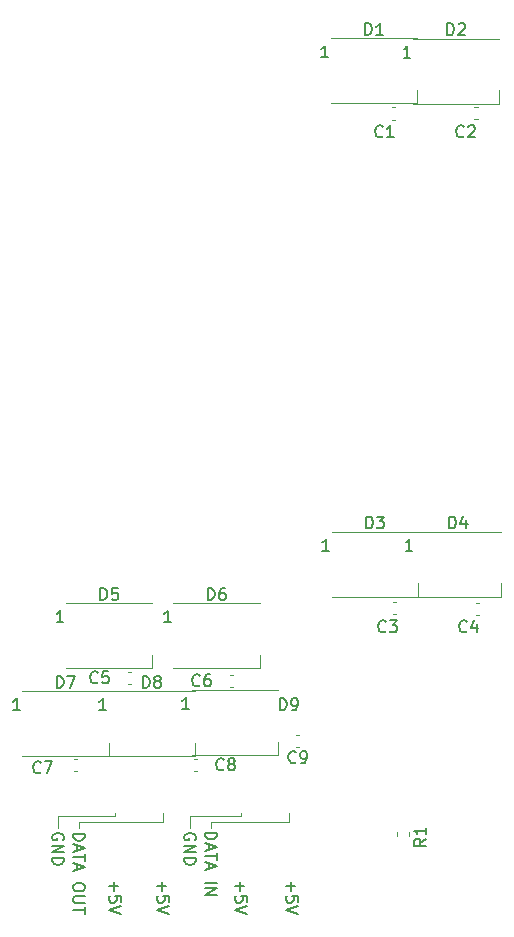
<source format=gbr>
%TF.GenerationSoftware,KiCad,Pcbnew,(5.1.10)-1*%
%TF.CreationDate,2021-11-16T18:42:01+11:00*%
%TF.ProjectId,GEN TIE PCB V2,47454e20-5449-4452-9050-43422056322e,rev?*%
%TF.SameCoordinates,Original*%
%TF.FileFunction,Legend,Top*%
%TF.FilePolarity,Positive*%
%FSLAX46Y46*%
G04 Gerber Fmt 4.6, Leading zero omitted, Abs format (unit mm)*
G04 Created by KiCad (PCBNEW (5.1.10)-1) date 2021-11-16 18:42:01*
%MOMM*%
%LPD*%
G01*
G04 APERTURE LIST*
%ADD10C,0.120000*%
%ADD11C,0.150000*%
G04 APERTURE END LIST*
D10*
X129794000Y-114046000D02*
X129794000Y-113792000D01*
X124968000Y-114046000D02*
X129794000Y-114046000D01*
X124968000Y-114300000D02*
X124968000Y-114046000D01*
X124968000Y-115062000D02*
X124968000Y-114300000D01*
X133858000Y-114554000D02*
X133858000Y-113792000D01*
X126746000Y-114554000D02*
X133858000Y-114554000D01*
X126746000Y-115062000D02*
X126746000Y-114554000D01*
X140462000Y-114046000D02*
X140462000Y-113792000D01*
X136144000Y-114046000D02*
X140462000Y-114046000D01*
X136144000Y-115062000D02*
X136144000Y-114046000D01*
X144526000Y-114554000D02*
X144526000Y-113792000D01*
X137922000Y-114554000D02*
X144526000Y-114554000D01*
X137922000Y-115062000D02*
X137922000Y-114554000D01*
D11*
X137469619Y-115467142D02*
X138469619Y-115467142D01*
X138469619Y-115705238D01*
X138422000Y-115848095D01*
X138326761Y-115943333D01*
X138231523Y-115990952D01*
X138041047Y-116038571D01*
X137898190Y-116038571D01*
X137707714Y-115990952D01*
X137612476Y-115943333D01*
X137517238Y-115848095D01*
X137469619Y-115705238D01*
X137469619Y-115467142D01*
X137755333Y-116419523D02*
X137755333Y-116895714D01*
X137469619Y-116324285D02*
X138469619Y-116657619D01*
X137469619Y-116990952D01*
X138469619Y-117181428D02*
X138469619Y-117752857D01*
X137469619Y-117467142D02*
X138469619Y-117467142D01*
X137755333Y-118038571D02*
X137755333Y-118514761D01*
X137469619Y-117943333D02*
X138469619Y-118276666D01*
X137469619Y-118610000D01*
X137469619Y-119705238D02*
X138469619Y-119705238D01*
X137469619Y-120181428D02*
X138469619Y-120181428D01*
X137469619Y-120752857D01*
X138469619Y-120752857D01*
X136644000Y-116078095D02*
X136691619Y-115982857D01*
X136691619Y-115840000D01*
X136644000Y-115697142D01*
X136548761Y-115601904D01*
X136453523Y-115554285D01*
X136263047Y-115506666D01*
X136120190Y-115506666D01*
X135929714Y-115554285D01*
X135834476Y-115601904D01*
X135739238Y-115697142D01*
X135691619Y-115840000D01*
X135691619Y-115935238D01*
X135739238Y-116078095D01*
X135786857Y-116125714D01*
X136120190Y-116125714D01*
X136120190Y-115935238D01*
X135691619Y-116554285D02*
X136691619Y-116554285D01*
X135691619Y-117125714D01*
X136691619Y-117125714D01*
X135691619Y-117601904D02*
X136691619Y-117601904D01*
X136691619Y-117840000D01*
X136644000Y-117982857D01*
X136548761Y-118078095D01*
X136453523Y-118125714D01*
X136263047Y-118173333D01*
X136120190Y-118173333D01*
X135929714Y-118125714D01*
X135834476Y-118078095D01*
X135739238Y-117982857D01*
X135691619Y-117840000D01*
X135691619Y-117601904D01*
X126293619Y-115562476D02*
X127293619Y-115562476D01*
X127293619Y-115800571D01*
X127246000Y-115943428D01*
X127150761Y-116038666D01*
X127055523Y-116086285D01*
X126865047Y-116133904D01*
X126722190Y-116133904D01*
X126531714Y-116086285D01*
X126436476Y-116038666D01*
X126341238Y-115943428D01*
X126293619Y-115800571D01*
X126293619Y-115562476D01*
X126579333Y-116514857D02*
X126579333Y-116991047D01*
X126293619Y-116419619D02*
X127293619Y-116752952D01*
X126293619Y-117086285D01*
X127293619Y-117276761D02*
X127293619Y-117848190D01*
X126293619Y-117562476D02*
X127293619Y-117562476D01*
X126579333Y-118133904D02*
X126579333Y-118610095D01*
X126293619Y-118038666D02*
X127293619Y-118372000D01*
X126293619Y-118705333D01*
X127293619Y-119991047D02*
X127293619Y-120181523D01*
X127246000Y-120276761D01*
X127150761Y-120372000D01*
X126960285Y-120419619D01*
X126626952Y-120419619D01*
X126436476Y-120372000D01*
X126341238Y-120276761D01*
X126293619Y-120181523D01*
X126293619Y-119991047D01*
X126341238Y-119895809D01*
X126436476Y-119800571D01*
X126626952Y-119752952D01*
X126960285Y-119752952D01*
X127150761Y-119800571D01*
X127246000Y-119895809D01*
X127293619Y-119991047D01*
X127293619Y-120848190D02*
X126484095Y-120848190D01*
X126388857Y-120895809D01*
X126341238Y-120943428D01*
X126293619Y-121038666D01*
X126293619Y-121229142D01*
X126341238Y-121324380D01*
X126388857Y-121372000D01*
X126484095Y-121419619D01*
X127293619Y-121419619D01*
X127293619Y-121752952D02*
X127293619Y-122324380D01*
X126293619Y-122038666D02*
X127293619Y-122038666D01*
X125468000Y-116078095D02*
X125515619Y-115982857D01*
X125515619Y-115840000D01*
X125468000Y-115697142D01*
X125372761Y-115601904D01*
X125277523Y-115554285D01*
X125087047Y-115506666D01*
X124944190Y-115506666D01*
X124753714Y-115554285D01*
X124658476Y-115601904D01*
X124563238Y-115697142D01*
X124515619Y-115840000D01*
X124515619Y-115935238D01*
X124563238Y-116078095D01*
X124610857Y-116125714D01*
X124944190Y-116125714D01*
X124944190Y-115935238D01*
X124515619Y-116554285D02*
X125515619Y-116554285D01*
X124515619Y-117125714D01*
X125515619Y-117125714D01*
X124515619Y-117601904D02*
X125515619Y-117601904D01*
X125515619Y-117840000D01*
X125468000Y-117982857D01*
X125372761Y-118078095D01*
X125277523Y-118125714D01*
X125087047Y-118173333D01*
X124944190Y-118173333D01*
X124753714Y-118125714D01*
X124658476Y-118078095D01*
X124563238Y-117982857D01*
X124515619Y-117840000D01*
X124515619Y-117601904D01*
X144708571Y-119618285D02*
X144708571Y-120380190D01*
X144327619Y-119999238D02*
X145089523Y-119999238D01*
X145327619Y-121332571D02*
X145327619Y-120856380D01*
X144851428Y-120808761D01*
X144899047Y-120856380D01*
X144946666Y-120951619D01*
X144946666Y-121189714D01*
X144899047Y-121284952D01*
X144851428Y-121332571D01*
X144756190Y-121380190D01*
X144518095Y-121380190D01*
X144422857Y-121332571D01*
X144375238Y-121284952D01*
X144327619Y-121189714D01*
X144327619Y-120951619D01*
X144375238Y-120856380D01*
X144422857Y-120808761D01*
X145327619Y-121665904D02*
X144327619Y-121999238D01*
X145327619Y-122332571D01*
X140390571Y-119618285D02*
X140390571Y-120380190D01*
X140009619Y-119999238D02*
X140771523Y-119999238D01*
X141009619Y-121332571D02*
X141009619Y-120856380D01*
X140533428Y-120808761D01*
X140581047Y-120856380D01*
X140628666Y-120951619D01*
X140628666Y-121189714D01*
X140581047Y-121284952D01*
X140533428Y-121332571D01*
X140438190Y-121380190D01*
X140200095Y-121380190D01*
X140104857Y-121332571D01*
X140057238Y-121284952D01*
X140009619Y-121189714D01*
X140009619Y-120951619D01*
X140057238Y-120856380D01*
X140104857Y-120808761D01*
X141009619Y-121665904D02*
X140009619Y-121999238D01*
X141009619Y-122332571D01*
X133786571Y-119618285D02*
X133786571Y-120380190D01*
X133405619Y-119999238D02*
X134167523Y-119999238D01*
X134405619Y-121332571D02*
X134405619Y-120856380D01*
X133929428Y-120808761D01*
X133977047Y-120856380D01*
X134024666Y-120951619D01*
X134024666Y-121189714D01*
X133977047Y-121284952D01*
X133929428Y-121332571D01*
X133834190Y-121380190D01*
X133596095Y-121380190D01*
X133500857Y-121332571D01*
X133453238Y-121284952D01*
X133405619Y-121189714D01*
X133405619Y-120951619D01*
X133453238Y-120856380D01*
X133500857Y-120808761D01*
X134405619Y-121665904D02*
X133405619Y-121999238D01*
X134405619Y-122332571D01*
X129722571Y-119618285D02*
X129722571Y-120380190D01*
X129341619Y-119999238D02*
X130103523Y-119999238D01*
X130341619Y-121332571D02*
X130341619Y-120856380D01*
X129865428Y-120808761D01*
X129913047Y-120856380D01*
X129960666Y-120951619D01*
X129960666Y-121189714D01*
X129913047Y-121284952D01*
X129865428Y-121332571D01*
X129770190Y-121380190D01*
X129532095Y-121380190D01*
X129436857Y-121332571D01*
X129389238Y-121284952D01*
X129341619Y-121189714D01*
X129341619Y-120951619D01*
X129389238Y-120856380D01*
X129436857Y-120808761D01*
X130341619Y-121665904D02*
X129341619Y-121999238D01*
X130341619Y-122332571D01*
D10*
%TO.C,D8*%
X136582000Y-108998000D02*
X136582000Y-107848000D01*
X129282000Y-108998000D02*
X136582000Y-108998000D01*
X129282000Y-103498000D02*
X136582000Y-103498000D01*
%TO.C,D7*%
X121990000Y-103498000D02*
X129290000Y-103498000D01*
X121990000Y-108998000D02*
X129290000Y-108998000D01*
X129290000Y-108998000D02*
X129290000Y-107848000D01*
%TO.C,D6*%
X134780000Y-96056000D02*
X142080000Y-96056000D01*
X134780000Y-101556000D02*
X142080000Y-101556000D01*
X142080000Y-101556000D02*
X142080000Y-100406000D01*
%TO.C,C8*%
X136805580Y-110238000D02*
X136524420Y-110238000D01*
X136805580Y-109218000D02*
X136524420Y-109218000D01*
%TO.C,C1*%
X153251420Y-54064000D02*
X153532580Y-54064000D01*
X153251420Y-55084000D02*
X153532580Y-55084000D01*
%TO.C,C9*%
X145441580Y-108206000D02*
X145160420Y-108206000D01*
X145441580Y-107186000D02*
X145160420Y-107186000D01*
%TO.C,C7*%
X126338420Y-109218000D02*
X126619580Y-109218000D01*
X126338420Y-110238000D02*
X126619580Y-110238000D01*
%TO.C,C6*%
X139546420Y-102106000D02*
X139827580Y-102106000D01*
X139546420Y-103126000D02*
X139827580Y-103126000D01*
%TO.C,C5*%
X130910420Y-101852000D02*
X131191580Y-101852000D01*
X130910420Y-102872000D02*
X131191580Y-102872000D01*
%TO.C,C4*%
X160387420Y-96010000D02*
X160668580Y-96010000D01*
X160387420Y-97030000D02*
X160668580Y-97030000D01*
%TO.C,C3*%
X153361420Y-95954000D02*
X153642580Y-95954000D01*
X153361420Y-96974000D02*
X153642580Y-96974000D01*
%TO.C,C2*%
X160246420Y-54034000D02*
X160527580Y-54034000D01*
X160246420Y-55054000D02*
X160527580Y-55054000D01*
%TO.C,D5*%
X132962000Y-101534000D02*
X132962000Y-100384000D01*
X125662000Y-101534000D02*
X132962000Y-101534000D01*
X125662000Y-96034000D02*
X132962000Y-96034000D01*
%TO.C,D2*%
X162352000Y-53734000D02*
X162352000Y-52584000D01*
X155052000Y-53734000D02*
X162352000Y-53734000D01*
X155052000Y-48234000D02*
X162352000Y-48234000D01*
%TO.C,D4*%
X162522000Y-95494000D02*
X162522000Y-94344000D01*
X155222000Y-95494000D02*
X162522000Y-95494000D01*
X155222000Y-89994000D02*
X162522000Y-89994000D01*
%TO.C,D1*%
X155392000Y-53724000D02*
X155392000Y-52574000D01*
X148092000Y-53724000D02*
X155392000Y-53724000D01*
X148092000Y-48224000D02*
X155392000Y-48224000D01*
%TO.C,D9*%
X143612000Y-108914000D02*
X143612000Y-107764000D01*
X136312000Y-108914000D02*
X143612000Y-108914000D01*
X136312000Y-103414000D02*
X143612000Y-103414000D01*
%TO.C,D3*%
X155472000Y-95494000D02*
X155472000Y-94344000D01*
X148172000Y-95494000D02*
X155472000Y-95494000D01*
X148172000Y-89994000D02*
X155472000Y-89994000D01*
%TO.C,R1*%
X154688000Y-115732779D02*
X154688000Y-115407221D01*
X153668000Y-115732779D02*
X153668000Y-115407221D01*
%TO.C,D8*%
D11*
X132193904Y-103200380D02*
X132193904Y-102200380D01*
X132432000Y-102200380D01*
X132574857Y-102248000D01*
X132670095Y-102343238D01*
X132717714Y-102438476D01*
X132765333Y-102628952D01*
X132765333Y-102771809D01*
X132717714Y-102962285D01*
X132670095Y-103057523D01*
X132574857Y-103152761D01*
X132432000Y-103200380D01*
X132193904Y-103200380D01*
X133336761Y-102628952D02*
X133241523Y-102581333D01*
X133193904Y-102533714D01*
X133146285Y-102438476D01*
X133146285Y-102390857D01*
X133193904Y-102295619D01*
X133241523Y-102248000D01*
X133336761Y-102200380D01*
X133527238Y-102200380D01*
X133622476Y-102248000D01*
X133670095Y-102295619D01*
X133717714Y-102390857D01*
X133717714Y-102438476D01*
X133670095Y-102533714D01*
X133622476Y-102581333D01*
X133527238Y-102628952D01*
X133336761Y-102628952D01*
X133241523Y-102676571D01*
X133193904Y-102724190D01*
X133146285Y-102819428D01*
X133146285Y-103009904D01*
X133193904Y-103105142D01*
X133241523Y-103152761D01*
X133336761Y-103200380D01*
X133527238Y-103200380D01*
X133622476Y-103152761D01*
X133670095Y-103105142D01*
X133717714Y-103009904D01*
X133717714Y-102819428D01*
X133670095Y-102724190D01*
X133622476Y-102676571D01*
X133527238Y-102628952D01*
X129067714Y-105100380D02*
X128496285Y-105100380D01*
X128782000Y-105100380D02*
X128782000Y-104100380D01*
X128686761Y-104243238D01*
X128591523Y-104338476D01*
X128496285Y-104386095D01*
%TO.C,D7*%
X124901904Y-103200380D02*
X124901904Y-102200380D01*
X125140000Y-102200380D01*
X125282857Y-102248000D01*
X125378095Y-102343238D01*
X125425714Y-102438476D01*
X125473333Y-102628952D01*
X125473333Y-102771809D01*
X125425714Y-102962285D01*
X125378095Y-103057523D01*
X125282857Y-103152761D01*
X125140000Y-103200380D01*
X124901904Y-103200380D01*
X125806666Y-102200380D02*
X126473333Y-102200380D01*
X126044761Y-103200380D01*
X121775714Y-105100380D02*
X121204285Y-105100380D01*
X121490000Y-105100380D02*
X121490000Y-104100380D01*
X121394761Y-104243238D01*
X121299523Y-104338476D01*
X121204285Y-104386095D01*
%TO.C,D6*%
X137691904Y-95758380D02*
X137691904Y-94758380D01*
X137930000Y-94758380D01*
X138072857Y-94806000D01*
X138168095Y-94901238D01*
X138215714Y-94996476D01*
X138263333Y-95186952D01*
X138263333Y-95329809D01*
X138215714Y-95520285D01*
X138168095Y-95615523D01*
X138072857Y-95710761D01*
X137930000Y-95758380D01*
X137691904Y-95758380D01*
X139120476Y-94758380D02*
X138930000Y-94758380D01*
X138834761Y-94806000D01*
X138787142Y-94853619D01*
X138691904Y-94996476D01*
X138644285Y-95186952D01*
X138644285Y-95567904D01*
X138691904Y-95663142D01*
X138739523Y-95710761D01*
X138834761Y-95758380D01*
X139025238Y-95758380D01*
X139120476Y-95710761D01*
X139168095Y-95663142D01*
X139215714Y-95567904D01*
X139215714Y-95329809D01*
X139168095Y-95234571D01*
X139120476Y-95186952D01*
X139025238Y-95139333D01*
X138834761Y-95139333D01*
X138739523Y-95186952D01*
X138691904Y-95234571D01*
X138644285Y-95329809D01*
X134565714Y-97658380D02*
X133994285Y-97658380D01*
X134280000Y-97658380D02*
X134280000Y-96658380D01*
X134184761Y-96801238D01*
X134089523Y-96896476D01*
X133994285Y-96944095D01*
%TO.C,C8*%
X139025333Y-110085142D02*
X138977714Y-110132761D01*
X138834857Y-110180380D01*
X138739619Y-110180380D01*
X138596761Y-110132761D01*
X138501523Y-110037523D01*
X138453904Y-109942285D01*
X138406285Y-109751809D01*
X138406285Y-109608952D01*
X138453904Y-109418476D01*
X138501523Y-109323238D01*
X138596761Y-109228000D01*
X138739619Y-109180380D01*
X138834857Y-109180380D01*
X138977714Y-109228000D01*
X139025333Y-109275619D01*
X139596761Y-109608952D02*
X139501523Y-109561333D01*
X139453904Y-109513714D01*
X139406285Y-109418476D01*
X139406285Y-109370857D01*
X139453904Y-109275619D01*
X139501523Y-109228000D01*
X139596761Y-109180380D01*
X139787238Y-109180380D01*
X139882476Y-109228000D01*
X139930095Y-109275619D01*
X139977714Y-109370857D01*
X139977714Y-109418476D01*
X139930095Y-109513714D01*
X139882476Y-109561333D01*
X139787238Y-109608952D01*
X139596761Y-109608952D01*
X139501523Y-109656571D01*
X139453904Y-109704190D01*
X139406285Y-109799428D01*
X139406285Y-109989904D01*
X139453904Y-110085142D01*
X139501523Y-110132761D01*
X139596761Y-110180380D01*
X139787238Y-110180380D01*
X139882476Y-110132761D01*
X139930095Y-110085142D01*
X139977714Y-109989904D01*
X139977714Y-109799428D01*
X139930095Y-109704190D01*
X139882476Y-109656571D01*
X139787238Y-109608952D01*
%TO.C,C1*%
X152487333Y-56491142D02*
X152439714Y-56538761D01*
X152296857Y-56586380D01*
X152201619Y-56586380D01*
X152058761Y-56538761D01*
X151963523Y-56443523D01*
X151915904Y-56348285D01*
X151868285Y-56157809D01*
X151868285Y-56014952D01*
X151915904Y-55824476D01*
X151963523Y-55729238D01*
X152058761Y-55634000D01*
X152201619Y-55586380D01*
X152296857Y-55586380D01*
X152439714Y-55634000D01*
X152487333Y-55681619D01*
X153439714Y-56586380D02*
X152868285Y-56586380D01*
X153154000Y-56586380D02*
X153154000Y-55586380D01*
X153058761Y-55729238D01*
X152963523Y-55824476D01*
X152868285Y-55872095D01*
%TO.C,C9*%
X145134333Y-109483142D02*
X145086714Y-109530761D01*
X144943857Y-109578380D01*
X144848619Y-109578380D01*
X144705761Y-109530761D01*
X144610523Y-109435523D01*
X144562904Y-109340285D01*
X144515285Y-109149809D01*
X144515285Y-109006952D01*
X144562904Y-108816476D01*
X144610523Y-108721238D01*
X144705761Y-108626000D01*
X144848619Y-108578380D01*
X144943857Y-108578380D01*
X145086714Y-108626000D01*
X145134333Y-108673619D01*
X145610523Y-109578380D02*
X145801000Y-109578380D01*
X145896238Y-109530761D01*
X145943857Y-109483142D01*
X146039095Y-109340285D01*
X146086714Y-109149809D01*
X146086714Y-108768857D01*
X146039095Y-108673619D01*
X145991476Y-108626000D01*
X145896238Y-108578380D01*
X145705761Y-108578380D01*
X145610523Y-108626000D01*
X145562904Y-108673619D01*
X145515285Y-108768857D01*
X145515285Y-109006952D01*
X145562904Y-109102190D01*
X145610523Y-109149809D01*
X145705761Y-109197428D01*
X145896238Y-109197428D01*
X145991476Y-109149809D01*
X146039095Y-109102190D01*
X146086714Y-109006952D01*
%TO.C,C7*%
X123531333Y-110339142D02*
X123483714Y-110386761D01*
X123340857Y-110434380D01*
X123245619Y-110434380D01*
X123102761Y-110386761D01*
X123007523Y-110291523D01*
X122959904Y-110196285D01*
X122912285Y-110005809D01*
X122912285Y-109862952D01*
X122959904Y-109672476D01*
X123007523Y-109577238D01*
X123102761Y-109482000D01*
X123245619Y-109434380D01*
X123340857Y-109434380D01*
X123483714Y-109482000D01*
X123531333Y-109529619D01*
X123864666Y-109434380D02*
X124531333Y-109434380D01*
X124102761Y-110434380D01*
%TO.C,C6*%
X136993333Y-102973142D02*
X136945714Y-103020761D01*
X136802857Y-103068380D01*
X136707619Y-103068380D01*
X136564761Y-103020761D01*
X136469523Y-102925523D01*
X136421904Y-102830285D01*
X136374285Y-102639809D01*
X136374285Y-102496952D01*
X136421904Y-102306476D01*
X136469523Y-102211238D01*
X136564761Y-102116000D01*
X136707619Y-102068380D01*
X136802857Y-102068380D01*
X136945714Y-102116000D01*
X136993333Y-102163619D01*
X137850476Y-102068380D02*
X137660000Y-102068380D01*
X137564761Y-102116000D01*
X137517142Y-102163619D01*
X137421904Y-102306476D01*
X137374285Y-102496952D01*
X137374285Y-102877904D01*
X137421904Y-102973142D01*
X137469523Y-103020761D01*
X137564761Y-103068380D01*
X137755238Y-103068380D01*
X137850476Y-103020761D01*
X137898095Y-102973142D01*
X137945714Y-102877904D01*
X137945714Y-102639809D01*
X137898095Y-102544571D01*
X137850476Y-102496952D01*
X137755238Y-102449333D01*
X137564761Y-102449333D01*
X137469523Y-102496952D01*
X137421904Y-102544571D01*
X137374285Y-102639809D01*
%TO.C,C5*%
X128357333Y-102719142D02*
X128309714Y-102766761D01*
X128166857Y-102814380D01*
X128071619Y-102814380D01*
X127928761Y-102766761D01*
X127833523Y-102671523D01*
X127785904Y-102576285D01*
X127738285Y-102385809D01*
X127738285Y-102242952D01*
X127785904Y-102052476D01*
X127833523Y-101957238D01*
X127928761Y-101862000D01*
X128071619Y-101814380D01*
X128166857Y-101814380D01*
X128309714Y-101862000D01*
X128357333Y-101909619D01*
X129262095Y-101814380D02*
X128785904Y-101814380D01*
X128738285Y-102290571D01*
X128785904Y-102242952D01*
X128881142Y-102195333D01*
X129119238Y-102195333D01*
X129214476Y-102242952D01*
X129262095Y-102290571D01*
X129309714Y-102385809D01*
X129309714Y-102623904D01*
X129262095Y-102719142D01*
X129214476Y-102766761D01*
X129119238Y-102814380D01*
X128881142Y-102814380D01*
X128785904Y-102766761D01*
X128738285Y-102719142D01*
%TO.C,C4*%
X159599333Y-98401142D02*
X159551714Y-98448761D01*
X159408857Y-98496380D01*
X159313619Y-98496380D01*
X159170761Y-98448761D01*
X159075523Y-98353523D01*
X159027904Y-98258285D01*
X158980285Y-98067809D01*
X158980285Y-97924952D01*
X159027904Y-97734476D01*
X159075523Y-97639238D01*
X159170761Y-97544000D01*
X159313619Y-97496380D01*
X159408857Y-97496380D01*
X159551714Y-97544000D01*
X159599333Y-97591619D01*
X160456476Y-97829714D02*
X160456476Y-98496380D01*
X160218380Y-97448761D02*
X159980285Y-98163047D01*
X160599333Y-98163047D01*
%TO.C,C3*%
X152741333Y-98401142D02*
X152693714Y-98448761D01*
X152550857Y-98496380D01*
X152455619Y-98496380D01*
X152312761Y-98448761D01*
X152217523Y-98353523D01*
X152169904Y-98258285D01*
X152122285Y-98067809D01*
X152122285Y-97924952D01*
X152169904Y-97734476D01*
X152217523Y-97639238D01*
X152312761Y-97544000D01*
X152455619Y-97496380D01*
X152550857Y-97496380D01*
X152693714Y-97544000D01*
X152741333Y-97591619D01*
X153074666Y-97496380D02*
X153693714Y-97496380D01*
X153360380Y-97877333D01*
X153503238Y-97877333D01*
X153598476Y-97924952D01*
X153646095Y-97972571D01*
X153693714Y-98067809D01*
X153693714Y-98305904D01*
X153646095Y-98401142D01*
X153598476Y-98448761D01*
X153503238Y-98496380D01*
X153217523Y-98496380D01*
X153122285Y-98448761D01*
X153074666Y-98401142D01*
%TO.C,C2*%
X159345333Y-56491142D02*
X159297714Y-56538761D01*
X159154857Y-56586380D01*
X159059619Y-56586380D01*
X158916761Y-56538761D01*
X158821523Y-56443523D01*
X158773904Y-56348285D01*
X158726285Y-56157809D01*
X158726285Y-56014952D01*
X158773904Y-55824476D01*
X158821523Y-55729238D01*
X158916761Y-55634000D01*
X159059619Y-55586380D01*
X159154857Y-55586380D01*
X159297714Y-55634000D01*
X159345333Y-55681619D01*
X159726285Y-55681619D02*
X159773904Y-55634000D01*
X159869142Y-55586380D01*
X160107238Y-55586380D01*
X160202476Y-55634000D01*
X160250095Y-55681619D01*
X160297714Y-55776857D01*
X160297714Y-55872095D01*
X160250095Y-56014952D01*
X159678666Y-56586380D01*
X160297714Y-56586380D01*
%TO.C,D5*%
X128593904Y-95766380D02*
X128593904Y-94766380D01*
X128832000Y-94766380D01*
X128974857Y-94814000D01*
X129070095Y-94909238D01*
X129117714Y-95004476D01*
X129165333Y-95194952D01*
X129165333Y-95337809D01*
X129117714Y-95528285D01*
X129070095Y-95623523D01*
X128974857Y-95718761D01*
X128832000Y-95766380D01*
X128593904Y-95766380D01*
X130070095Y-94766380D02*
X129593904Y-94766380D01*
X129546285Y-95242571D01*
X129593904Y-95194952D01*
X129689142Y-95147333D01*
X129927238Y-95147333D01*
X130022476Y-95194952D01*
X130070095Y-95242571D01*
X130117714Y-95337809D01*
X130117714Y-95575904D01*
X130070095Y-95671142D01*
X130022476Y-95718761D01*
X129927238Y-95766380D01*
X129689142Y-95766380D01*
X129593904Y-95718761D01*
X129546285Y-95671142D01*
X125447714Y-97636380D02*
X124876285Y-97636380D01*
X125162000Y-97636380D02*
X125162000Y-96636380D01*
X125066761Y-96779238D01*
X124971523Y-96874476D01*
X124876285Y-96922095D01*
%TO.C,D2*%
X157963904Y-47936380D02*
X157963904Y-46936380D01*
X158202000Y-46936380D01*
X158344857Y-46984000D01*
X158440095Y-47079238D01*
X158487714Y-47174476D01*
X158535333Y-47364952D01*
X158535333Y-47507809D01*
X158487714Y-47698285D01*
X158440095Y-47793523D01*
X158344857Y-47888761D01*
X158202000Y-47936380D01*
X157963904Y-47936380D01*
X158916285Y-47031619D02*
X158963904Y-46984000D01*
X159059142Y-46936380D01*
X159297238Y-46936380D01*
X159392476Y-46984000D01*
X159440095Y-47031619D01*
X159487714Y-47126857D01*
X159487714Y-47222095D01*
X159440095Y-47364952D01*
X158868666Y-47936380D01*
X159487714Y-47936380D01*
X154837714Y-49836380D02*
X154266285Y-49836380D01*
X154552000Y-49836380D02*
X154552000Y-48836380D01*
X154456761Y-48979238D01*
X154361523Y-49074476D01*
X154266285Y-49122095D01*
%TO.C,D4*%
X158113904Y-89696380D02*
X158113904Y-88696380D01*
X158352000Y-88696380D01*
X158494857Y-88744000D01*
X158590095Y-88839238D01*
X158637714Y-88934476D01*
X158685333Y-89124952D01*
X158685333Y-89267809D01*
X158637714Y-89458285D01*
X158590095Y-89553523D01*
X158494857Y-89648761D01*
X158352000Y-89696380D01*
X158113904Y-89696380D01*
X159542476Y-89029714D02*
X159542476Y-89696380D01*
X159304380Y-88648761D02*
X159066285Y-89363047D01*
X159685333Y-89363047D01*
X155007714Y-91596380D02*
X154436285Y-91596380D01*
X154722000Y-91596380D02*
X154722000Y-90596380D01*
X154626761Y-90739238D01*
X154531523Y-90834476D01*
X154436285Y-90882095D01*
%TO.C,D1*%
X151003904Y-47926380D02*
X151003904Y-46926380D01*
X151242000Y-46926380D01*
X151384857Y-46974000D01*
X151480095Y-47069238D01*
X151527714Y-47164476D01*
X151575333Y-47354952D01*
X151575333Y-47497809D01*
X151527714Y-47688285D01*
X151480095Y-47783523D01*
X151384857Y-47878761D01*
X151242000Y-47926380D01*
X151003904Y-47926380D01*
X152527714Y-47926380D02*
X151956285Y-47926380D01*
X152242000Y-47926380D02*
X152242000Y-46926380D01*
X152146761Y-47069238D01*
X152051523Y-47164476D01*
X151956285Y-47212095D01*
X147877714Y-49826380D02*
X147306285Y-49826380D01*
X147592000Y-49826380D02*
X147592000Y-48826380D01*
X147496761Y-48969238D01*
X147401523Y-49064476D01*
X147306285Y-49112095D01*
%TO.C,D9*%
X143787904Y-105100380D02*
X143787904Y-104100380D01*
X144026000Y-104100380D01*
X144168857Y-104148000D01*
X144264095Y-104243238D01*
X144311714Y-104338476D01*
X144359333Y-104528952D01*
X144359333Y-104671809D01*
X144311714Y-104862285D01*
X144264095Y-104957523D01*
X144168857Y-105052761D01*
X144026000Y-105100380D01*
X143787904Y-105100380D01*
X144835523Y-105100380D02*
X145026000Y-105100380D01*
X145121238Y-105052761D01*
X145168857Y-105005142D01*
X145264095Y-104862285D01*
X145311714Y-104671809D01*
X145311714Y-104290857D01*
X145264095Y-104195619D01*
X145216476Y-104148000D01*
X145121238Y-104100380D01*
X144930761Y-104100380D01*
X144835523Y-104148000D01*
X144787904Y-104195619D01*
X144740285Y-104290857D01*
X144740285Y-104528952D01*
X144787904Y-104624190D01*
X144835523Y-104671809D01*
X144930761Y-104719428D01*
X145121238Y-104719428D01*
X145216476Y-104671809D01*
X145264095Y-104624190D01*
X145311714Y-104528952D01*
X136097714Y-105016380D02*
X135526285Y-105016380D01*
X135812000Y-105016380D02*
X135812000Y-104016380D01*
X135716761Y-104159238D01*
X135621523Y-104254476D01*
X135526285Y-104302095D01*
%TO.C,D3*%
X151083904Y-89696380D02*
X151083904Y-88696380D01*
X151322000Y-88696380D01*
X151464857Y-88744000D01*
X151560095Y-88839238D01*
X151607714Y-88934476D01*
X151655333Y-89124952D01*
X151655333Y-89267809D01*
X151607714Y-89458285D01*
X151560095Y-89553523D01*
X151464857Y-89648761D01*
X151322000Y-89696380D01*
X151083904Y-89696380D01*
X151988666Y-88696380D02*
X152607714Y-88696380D01*
X152274380Y-89077333D01*
X152417238Y-89077333D01*
X152512476Y-89124952D01*
X152560095Y-89172571D01*
X152607714Y-89267809D01*
X152607714Y-89505904D01*
X152560095Y-89601142D01*
X152512476Y-89648761D01*
X152417238Y-89696380D01*
X152131523Y-89696380D01*
X152036285Y-89648761D01*
X151988666Y-89601142D01*
X147957714Y-91596380D02*
X147386285Y-91596380D01*
X147672000Y-91596380D02*
X147672000Y-90596380D01*
X147576761Y-90739238D01*
X147481523Y-90834476D01*
X147386285Y-90882095D01*
%TO.C,R1*%
X156154380Y-115990666D02*
X155678190Y-116324000D01*
X156154380Y-116562095D02*
X155154380Y-116562095D01*
X155154380Y-116181142D01*
X155202000Y-116085904D01*
X155249619Y-116038285D01*
X155344857Y-115990666D01*
X155487714Y-115990666D01*
X155582952Y-116038285D01*
X155630571Y-116085904D01*
X155678190Y-116181142D01*
X155678190Y-116562095D01*
X156154380Y-115038285D02*
X156154380Y-115609714D01*
X156154380Y-115324000D02*
X155154380Y-115324000D01*
X155297238Y-115419238D01*
X155392476Y-115514476D01*
X155440095Y-115609714D01*
%TD*%
M02*

</source>
